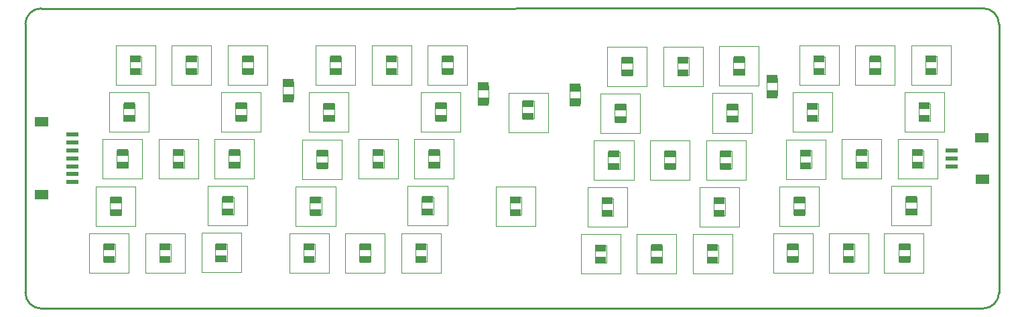
<source format=gbp>
G04 Layer_Color=128*
%FSLAX42Y42*%
%MOMM*%
G71*
G01*
G75*
%ADD12C,0.25*%
%ADD13C,0.10*%
%ADD16R,1.35X0.95*%
%ADD17R,1.40X1.05*%
%ADD18R,1.80X1.20*%
%ADD19R,1.50X0.60*%
D12*
X12100Y0D02*
G03*
X12300Y200I0J200D01*
G01*
Y3600D02*
G03*
X12100Y3800I-200J-0D01*
G01*
X0Y200D02*
G03*
X200Y0I200J0D01*
G01*
X200Y3800D02*
G03*
X0Y3600I0J-200D01*
G01*
X12300Y200D02*
Y3600D01*
X200Y3794D02*
X12100Y3800D01*
X0Y200D02*
Y3600D01*
X200Y0D02*
X12100D01*
D13*
X5259Y2971D02*
X5404D01*
X5259Y3191D02*
X5404D01*
Y2971D02*
Y3191D01*
X5259Y2971D02*
Y3191D01*
X11608Y2236D02*
Y2736D01*
X11108Y2236D02*
Y2736D01*
X11608D01*
X11108Y2236D02*
X11608D01*
X11191Y2831D02*
Y3331D01*
X11691Y2831D02*
Y3331D01*
X11191Y2831D02*
X11691D01*
X11191Y3331D02*
X11691D01*
X10984Y2829D02*
Y3329D01*
X10484Y2829D02*
Y3329D01*
X10984D01*
X10484Y2829D02*
X10984D01*
X10317Y1641D02*
Y2141D01*
X10817Y1641D02*
Y2141D01*
X10317Y1641D02*
X10817D01*
X10317Y2141D02*
X10817D01*
X11024Y1642D02*
Y2142D01*
X11524Y1642D02*
Y2142D01*
X11024Y1642D02*
X11524D01*
X11024Y2142D02*
X11524D01*
X11441Y1048D02*
Y1548D01*
X10941Y1048D02*
Y1548D01*
X11441D01*
X10941Y1048D02*
X11441D01*
X11350Y450D02*
Y950D01*
X10850Y450D02*
Y950D01*
X11350D01*
X10850Y450D02*
X11350D01*
X10650D02*
Y950D01*
X10150Y450D02*
Y950D01*
X10650D01*
X10150Y450D02*
X10650D01*
X9450Y450D02*
Y950D01*
X9950Y450D02*
Y950D01*
X9450Y450D02*
X9950D01*
X9450Y950D02*
X9950D01*
X9527Y1045D02*
Y1545D01*
X10027Y1045D02*
Y1545D01*
X9527Y1045D02*
X10027D01*
X9527Y1545D02*
X10027D01*
X9610Y1639D02*
Y2139D01*
X10110Y1639D02*
Y2139D01*
X9610Y1639D02*
X10110D01*
X9610Y2139D02*
X10110D01*
X9694Y2233D02*
Y2733D01*
X10194Y2233D02*
Y2733D01*
X9694Y2233D02*
X10194D01*
X9694Y2733D02*
X10194D01*
X9777Y2827D02*
Y3327D01*
X10277Y2827D02*
Y3327D01*
X9777Y2827D02*
X10277D01*
X9777Y3327D02*
X10277D01*
X8559Y2816D02*
Y3316D01*
X8059Y2816D02*
Y3316D01*
X8559D01*
X8059Y2816D02*
X8559D01*
X8766Y2818D02*
Y3318D01*
X9266Y2818D02*
Y3318D01*
X8766Y2818D02*
X9266D01*
X8766Y3318D02*
X9266D01*
X9182Y2224D02*
Y2724D01*
X8682Y2224D02*
Y2724D01*
X9182D01*
X8682Y2224D02*
X9182D01*
X8599Y1630D02*
Y2130D01*
X9099Y1630D02*
Y2130D01*
X8599Y1630D02*
X9099D01*
X8599Y2130D02*
X9099D01*
X7892Y1628D02*
Y2128D01*
X8392Y1628D02*
Y2128D01*
X7892Y1628D02*
X8392D01*
X7892Y2128D02*
X8392D01*
X9015Y1035D02*
Y1535D01*
X8515Y1035D02*
Y1535D01*
X9015D01*
X8515Y1035D02*
X9015D01*
X8932Y441D02*
Y941D01*
X8432Y441D02*
Y941D01*
X8932D01*
X8432Y441D02*
X8932D01*
X8225Y440D02*
Y940D01*
X7725Y440D02*
Y940D01*
X8225D01*
X7725Y440D02*
X8225D01*
X7018Y438D02*
Y938D01*
X7518Y438D02*
Y938D01*
X7018Y438D02*
X7518D01*
X7018Y938D02*
X7518D01*
X7101Y1032D02*
Y1532D01*
X7601Y1032D02*
Y1532D01*
X7101Y1032D02*
X7601D01*
X7101Y1532D02*
X7601D01*
X7185Y1626D02*
Y2126D01*
X7685Y1626D02*
Y2126D01*
X7185Y1626D02*
X7685D01*
X7185Y2126D02*
X7685D01*
X7268Y2221D02*
Y2721D01*
X7768Y2221D02*
Y2721D01*
X7268Y2221D02*
X7768D01*
X7268Y2721D02*
X7768D01*
X7352Y2815D02*
Y3315D01*
X7852Y2815D02*
Y3315D01*
X7352Y2815D02*
X7852D01*
X7352Y3315D02*
X7852D01*
X6442Y1044D02*
Y1544D01*
X5942Y1044D02*
Y1544D01*
X6442D01*
X5942Y1044D02*
X6442D01*
X6109Y2232D02*
Y2732D01*
X6609Y2232D02*
Y2732D01*
X6109Y2232D02*
X6609D01*
X6109Y2732D02*
X6609D01*
X5498Y2237D02*
Y2737D01*
X4998Y2237D02*
Y2737D01*
X5498D01*
X4998Y2237D02*
X5498D01*
X5082Y2831D02*
Y3331D01*
X5582Y2831D02*
Y3331D01*
X5082Y2831D02*
X5582D01*
X5082Y3331D02*
X5582D01*
X4875Y2829D02*
Y3329D01*
X4375Y2829D02*
Y3329D01*
X4875D01*
X4375Y2829D02*
X4875D01*
X4915Y1642D02*
Y2142D01*
X5415Y1642D02*
Y2142D01*
X4915Y1642D02*
X5415D01*
X4915Y2142D02*
X5415D01*
X4208Y1641D02*
Y2141D01*
X4708Y1641D02*
Y2141D01*
X4208Y1641D02*
X4708D01*
X4208Y2141D02*
X4708D01*
X5331Y1048D02*
Y1548D01*
X4831Y1048D02*
Y1548D01*
X5331D01*
X4831Y1048D02*
X5331D01*
X5250Y450D02*
Y950D01*
X4750Y450D02*
Y950D01*
X5250D01*
X4750Y450D02*
X5250D01*
X4541Y453D02*
Y953D01*
X4041Y453D02*
Y953D01*
X4541D01*
X4041Y453D02*
X4541D01*
X3334Y451D02*
Y951D01*
X3834Y451D02*
Y951D01*
X3334Y451D02*
X3834D01*
X3334Y951D02*
X3834D01*
X3417Y1045D02*
Y1545D01*
X3917Y1045D02*
Y1545D01*
X3417Y1045D02*
X3917D01*
X3417Y1545D02*
X3917D01*
X3501Y1639D02*
Y2139D01*
X4001Y1639D02*
Y2139D01*
X3501Y1639D02*
X4001D01*
X3501Y2139D02*
X4001D01*
X3584Y2233D02*
Y2733D01*
X4084Y2233D02*
Y2733D01*
X3584Y2233D02*
X4084D01*
X3584Y2733D02*
X4084D01*
X3668Y2828D02*
Y3328D01*
X4168Y2828D02*
Y3328D01*
X3668Y2828D02*
X4168D01*
X3668Y3328D02*
X4168D01*
X2974Y2238D02*
Y2738D01*
X2474Y2238D02*
Y2738D01*
X2974D01*
X2474Y2238D02*
X2974D01*
X2558Y2832D02*
Y3332D01*
X3058Y2832D02*
Y3332D01*
X2558Y2832D02*
X3058D01*
X2558Y3332D02*
X3058D01*
X2350Y2831D02*
Y3331D01*
X1850Y2831D02*
Y3331D01*
X2350D01*
X1850Y2831D02*
X2350D01*
X1683Y1642D02*
Y2142D01*
X2183Y1642D02*
Y2142D01*
X1683Y1642D02*
X2183D01*
X1683Y2142D02*
X2183D01*
X2391Y1644D02*
Y2144D01*
X2891Y1644D02*
Y2144D01*
X2391Y1644D02*
X2891D01*
X2391Y2144D02*
X2891D01*
X2807Y1050D02*
Y1550D01*
X2307Y1050D02*
Y1550D01*
X2807D01*
X2307Y1050D02*
X2807D01*
X2724Y455D02*
Y955D01*
X2224Y455D02*
Y955D01*
X2724D01*
X2224Y455D02*
X2724D01*
X2016Y454D02*
Y954D01*
X1516Y454D02*
Y954D01*
X2016D01*
X1516Y454D02*
X2016D01*
X809Y452D02*
Y952D01*
X1309Y452D02*
Y952D01*
X809Y452D02*
X1309D01*
X809Y952D02*
X1309D01*
X893Y1046D02*
Y1546D01*
X1393Y1046D02*
Y1546D01*
X893Y1046D02*
X1393D01*
X893Y1546D02*
X1393D01*
X976Y1641D02*
Y2141D01*
X1476Y1641D02*
Y2141D01*
X976Y1641D02*
X1476D01*
X976Y2141D02*
X1476D01*
X1060Y2235D02*
Y2735D01*
X1560Y2235D02*
Y2735D01*
X1060Y2235D02*
X1560D01*
X1060Y2735D02*
X1560D01*
X1143Y2829D02*
Y3329D01*
X1643Y2829D02*
Y3329D01*
X1143Y2829D02*
X1643D01*
X1143Y3329D02*
X1643D01*
X10495Y2001D02*
X10640D01*
X10495Y1781D02*
X10640D01*
X10495D02*
Y2001D01*
X10640Y1781D02*
Y2001D01*
X11202Y1782D02*
X11347D01*
X11202Y2002D02*
X11347D01*
Y1782D02*
Y2002D01*
X11202Y1782D02*
Y2002D01*
X11118Y1408D02*
X11263D01*
X11118Y1188D02*
X11263D01*
X11118D02*
Y1408D01*
X11263Y1188D02*
Y1408D01*
X11369Y2971D02*
X11514D01*
X11369Y3191D02*
X11514D01*
Y2971D02*
Y3191D01*
X11369Y2971D02*
Y3191D01*
X10662Y3189D02*
X10807D01*
X10662Y2969D02*
X10807D01*
X10662D02*
Y3189D01*
X10807Y2969D02*
Y3189D01*
X11285Y2596D02*
X11430D01*
X11285Y2376D02*
X11430D01*
X11285D02*
Y2596D01*
X11430Y2376D02*
Y2596D01*
X9871Y2373D02*
X10016D01*
X9871Y2593D02*
X10016D01*
Y2373D02*
Y2593D01*
X9871Y2373D02*
Y2593D01*
X9788Y1779D02*
X9933D01*
X9788Y1999D02*
X9933D01*
Y1779D02*
Y1999D01*
X9788Y1779D02*
Y1999D01*
X9704Y1185D02*
X9849D01*
X9704Y1405D02*
X9849D01*
Y1185D02*
Y1405D01*
X9704Y1185D02*
Y1405D01*
X9621Y591D02*
X9766D01*
X9621Y811D02*
X9766D01*
Y591D02*
Y811D01*
X9621Y591D02*
Y811D01*
X10328Y812D02*
X10473D01*
X10328Y592D02*
X10473D01*
X10328D02*
Y812D01*
X10473Y592D02*
Y812D01*
X8860Y2584D02*
X9005D01*
X8860Y2364D02*
X9005D01*
X8860D02*
Y2584D01*
X9005Y2364D02*
Y2584D01*
X8943Y2958D02*
X9088D01*
X8943Y3178D02*
X9088D01*
Y2958D02*
Y3178D01*
X8943Y2958D02*
Y3178D01*
X9955Y2967D02*
X10100D01*
X9955Y3187D02*
X10100D01*
Y2967D02*
Y3187D01*
X9955Y2967D02*
Y3187D01*
X8236Y3176D02*
X8381D01*
X8236Y2956D02*
X8381D01*
X8236D02*
Y3176D01*
X8381Y2956D02*
Y3176D01*
X8069Y1988D02*
X8214D01*
X8069Y1768D02*
X8214D01*
X8069D02*
Y1988D01*
X8214Y1768D02*
Y1988D01*
X8776Y1770D02*
X8921D01*
X8776Y1990D02*
X8921D01*
Y1770D02*
Y1990D01*
X8776Y1770D02*
Y1990D01*
X8693Y1175D02*
X8838D01*
X8693Y1395D02*
X8838D01*
Y1175D02*
Y1395D01*
X8693Y1175D02*
Y1395D01*
X11035Y814D02*
X11180D01*
X11035Y594D02*
X11180D01*
X11035D02*
Y814D01*
X11180Y594D02*
Y814D01*
X8609Y801D02*
X8754D01*
X8609Y581D02*
X8754D01*
X8609D02*
Y801D01*
X8754Y581D02*
Y801D01*
X7902Y800D02*
X8047D01*
X7902Y580D02*
X8047D01*
X7902D02*
Y800D01*
X8047Y580D02*
Y800D01*
X7195Y578D02*
X7340D01*
X7195Y798D02*
X7340D01*
Y578D02*
Y798D01*
X7195Y578D02*
Y798D01*
X7279Y1172D02*
X7424D01*
X7279Y1392D02*
X7424D01*
Y1172D02*
Y1392D01*
X7279Y1172D02*
Y1392D01*
X7362Y1766D02*
X7507D01*
X7362Y1986D02*
X7507D01*
Y1766D02*
Y1986D01*
X7362Y1766D02*
Y1986D01*
X7446Y2361D02*
X7591D01*
X7446Y2581D02*
X7591D01*
Y2361D02*
Y2581D01*
X7446Y2361D02*
Y2581D01*
X7529Y2955D02*
X7674D01*
X7529Y3175D02*
X7674D01*
Y2955D02*
Y3175D01*
X7529Y2955D02*
Y3175D01*
X6119Y1404D02*
X6264D01*
X6119Y1184D02*
X6264D01*
X6119D02*
Y1404D01*
X6264Y1184D02*
Y1404D01*
X6279Y2403D02*
X6424D01*
X6279Y2623D02*
X6424D01*
Y2403D02*
Y2623D01*
X6279Y2403D02*
Y2623D01*
X5176Y2377D02*
X5321D01*
X5176Y2597D02*
X5321D01*
Y2377D02*
Y2597D01*
X5176Y2377D02*
Y2597D01*
X4552Y3189D02*
X4697D01*
X4552Y2969D02*
X4697D01*
X4552D02*
Y3189D01*
X4697Y2969D02*
Y3189D01*
X4385Y2001D02*
X4530D01*
X4385Y1781D02*
X4530D01*
X4385D02*
Y2001D01*
X4530Y1781D02*
Y2001D01*
X5092Y1782D02*
X5237D01*
X5092Y2002D02*
X5237D01*
Y1782D02*
Y2002D01*
X5092Y1782D02*
Y2002D01*
X5009Y1188D02*
X5154D01*
X5009Y1408D02*
X5154D01*
Y1188D02*
Y1408D01*
X5009Y1188D02*
Y1408D01*
X4925Y814D02*
X5070D01*
X4925Y594D02*
X5070D01*
X4925D02*
Y814D01*
X5070Y594D02*
Y814D01*
X4218Y813D02*
X4363D01*
X4218Y593D02*
X4363D01*
X4218D02*
Y813D01*
X4363Y593D02*
Y813D01*
X3511Y591D02*
X3656D01*
X3511Y811D02*
X3656D01*
Y591D02*
Y811D01*
X3511Y591D02*
Y811D01*
X3595Y1185D02*
X3740D01*
X3595Y1405D02*
X3740D01*
Y1185D02*
Y1405D01*
X3595Y1185D02*
Y1405D01*
X3678Y1779D02*
X3823D01*
X3678Y1999D02*
X3823D01*
Y1779D02*
Y1999D01*
X3678Y1779D02*
Y1999D01*
X3762Y2373D02*
X3907D01*
X3762Y2593D02*
X3907D01*
Y2373D02*
Y2593D01*
X3762Y2373D02*
Y2593D01*
X3845Y2968D02*
X3990D01*
X3845Y3188D02*
X3990D01*
Y2968D02*
Y3188D01*
X3845Y2968D02*
Y3188D01*
X2735Y2972D02*
X2880D01*
X2735Y3192D02*
X2880D01*
Y2972D02*
Y3192D01*
X2735Y2972D02*
Y3192D01*
X2652Y2378D02*
X2797D01*
X2652Y2598D02*
X2797D01*
Y2378D02*
Y2598D01*
X2652Y2378D02*
Y2598D01*
X2028Y3191D02*
X2173D01*
X2028Y2971D02*
X2173D01*
X2028D02*
Y3191D01*
X2173Y2971D02*
Y3191D01*
X1861Y2002D02*
X2006D01*
X1861Y1782D02*
X2006D01*
X1861D02*
Y2002D01*
X2006Y1782D02*
Y2002D01*
X1237Y2375D02*
X1382D01*
X1237Y2595D02*
X1382D01*
Y2375D02*
Y2595D01*
X1237Y2375D02*
Y2595D01*
X2568Y1784D02*
X2713D01*
X2568Y2004D02*
X2713D01*
Y1784D02*
Y2004D01*
X2568Y1784D02*
Y2004D01*
X2485Y1190D02*
X2630D01*
X2485Y1410D02*
X2630D01*
Y1190D02*
Y1410D01*
X2485Y1190D02*
Y1410D01*
X2401Y815D02*
X2546D01*
X2401Y595D02*
X2546D01*
X2401D02*
Y815D01*
X2546Y595D02*
Y815D01*
X1070Y1186D02*
X1215D01*
X1070Y1406D02*
X1215D01*
Y1186D02*
Y1406D01*
X1070Y1186D02*
Y1406D01*
X1694Y814D02*
X1839D01*
X1694Y594D02*
X1839D01*
X1694D02*
Y814D01*
X1839Y594D02*
Y814D01*
X987Y592D02*
X1132D01*
X987Y812D02*
X1132D01*
Y592D02*
Y812D01*
X987Y592D02*
Y812D01*
X1154Y1781D02*
X1299D01*
X1154Y2001D02*
X1299D01*
Y1781D02*
Y2001D01*
X1154Y1781D02*
Y2001D01*
X1321Y2969D02*
X1466D01*
X1321Y3189D02*
X1466D01*
Y2969D02*
Y3189D01*
X1321Y2969D02*
Y3189D01*
X3250Y2648D02*
X3385D01*
X3250Y2868D02*
X3385D01*
Y2648D02*
Y2868D01*
X3250Y2648D02*
Y2868D01*
X5718Y2604D02*
X5853D01*
X5718Y2824D02*
X5853D01*
Y2604D02*
Y2824D01*
X5718Y2604D02*
Y2824D01*
X6877Y2813D02*
X7012D01*
X6877Y2593D02*
X7012D01*
X6877D02*
Y2813D01*
X7012Y2593D02*
Y2813D01*
X9366Y2917D02*
X9501D01*
X9366Y2697D02*
X9501D01*
X9366D02*
Y2917D01*
X9501Y2697D02*
Y2917D01*
D16*
X5332Y3001D02*
D03*
Y3161D02*
D03*
X10567Y1971D02*
D03*
Y1811D02*
D03*
X11274Y1812D02*
D03*
Y1972D02*
D03*
X11191Y1378D02*
D03*
Y1218D02*
D03*
X11441Y3001D02*
D03*
Y3161D02*
D03*
X10734Y3159D02*
D03*
Y2999D02*
D03*
X11358Y2566D02*
D03*
Y2406D02*
D03*
X9944Y2403D02*
D03*
Y2563D02*
D03*
X9860Y1809D02*
D03*
Y1969D02*
D03*
X9777Y1215D02*
D03*
Y1375D02*
D03*
X9693Y621D02*
D03*
Y781D02*
D03*
X10400Y782D02*
D03*
Y622D02*
D03*
X8932Y2554D02*
D03*
Y2394D02*
D03*
X9016Y2988D02*
D03*
Y3148D02*
D03*
X10027Y2997D02*
D03*
Y3157D02*
D03*
X8309Y3146D02*
D03*
Y2986D02*
D03*
X8142Y1958D02*
D03*
Y1798D02*
D03*
X8849Y1800D02*
D03*
Y1960D02*
D03*
X8765Y1205D02*
D03*
Y1365D02*
D03*
X11107Y784D02*
D03*
Y624D02*
D03*
X8682Y771D02*
D03*
Y611D02*
D03*
X7975Y770D02*
D03*
Y610D02*
D03*
X7268Y608D02*
D03*
Y768D02*
D03*
X7351Y1202D02*
D03*
Y1362D02*
D03*
X7435Y1796D02*
D03*
Y1956D02*
D03*
X7518Y2391D02*
D03*
Y2551D02*
D03*
X7602Y2985D02*
D03*
Y3145D02*
D03*
X6192Y1374D02*
D03*
Y1214D02*
D03*
X6352Y2433D02*
D03*
Y2593D02*
D03*
X5248Y2407D02*
D03*
Y2567D02*
D03*
X4625Y3159D02*
D03*
Y2999D02*
D03*
X4458Y1971D02*
D03*
Y1811D02*
D03*
X5165Y1812D02*
D03*
Y1972D02*
D03*
X5081Y1218D02*
D03*
Y1378D02*
D03*
X4998Y784D02*
D03*
Y624D02*
D03*
X4291Y783D02*
D03*
Y623D02*
D03*
X3584Y621D02*
D03*
Y781D02*
D03*
X3667Y1215D02*
D03*
Y1375D02*
D03*
X3751Y1809D02*
D03*
Y1969D02*
D03*
X3834Y2403D02*
D03*
Y2563D02*
D03*
X3918Y2998D02*
D03*
Y3158D02*
D03*
X2808Y3002D02*
D03*
Y3162D02*
D03*
X2724Y2408D02*
D03*
Y2568D02*
D03*
X2100Y3161D02*
D03*
Y3001D02*
D03*
X1933Y1972D02*
D03*
Y1812D02*
D03*
X1310Y2405D02*
D03*
Y2565D02*
D03*
X2641Y1814D02*
D03*
Y1974D02*
D03*
X2557Y1220D02*
D03*
Y1380D02*
D03*
X2474Y785D02*
D03*
Y625D02*
D03*
X1143Y1216D02*
D03*
Y1376D02*
D03*
X1766Y784D02*
D03*
Y624D02*
D03*
X1059Y622D02*
D03*
Y782D02*
D03*
X1226Y1811D02*
D03*
Y1971D02*
D03*
X1393Y2999D02*
D03*
Y3159D02*
D03*
D17*
X3317Y2663D02*
D03*
Y2853D02*
D03*
X5785Y2619D02*
D03*
Y2809D02*
D03*
X6945Y2798D02*
D03*
Y2608D02*
D03*
X9434Y2902D02*
D03*
Y2712D02*
D03*
D18*
X12085Y2160D02*
D03*
X12095Y1640D02*
D03*
X205Y2360D02*
D03*
X205Y1440D02*
D03*
D19*
X11705Y2000D02*
D03*
Y1900D02*
D03*
Y1800D02*
D03*
X595Y2200D02*
D03*
Y2100D02*
D03*
Y2000D02*
D03*
X595Y1900D02*
D03*
Y1800D02*
D03*
Y1700D02*
D03*
Y1600D02*
D03*
M02*

</source>
